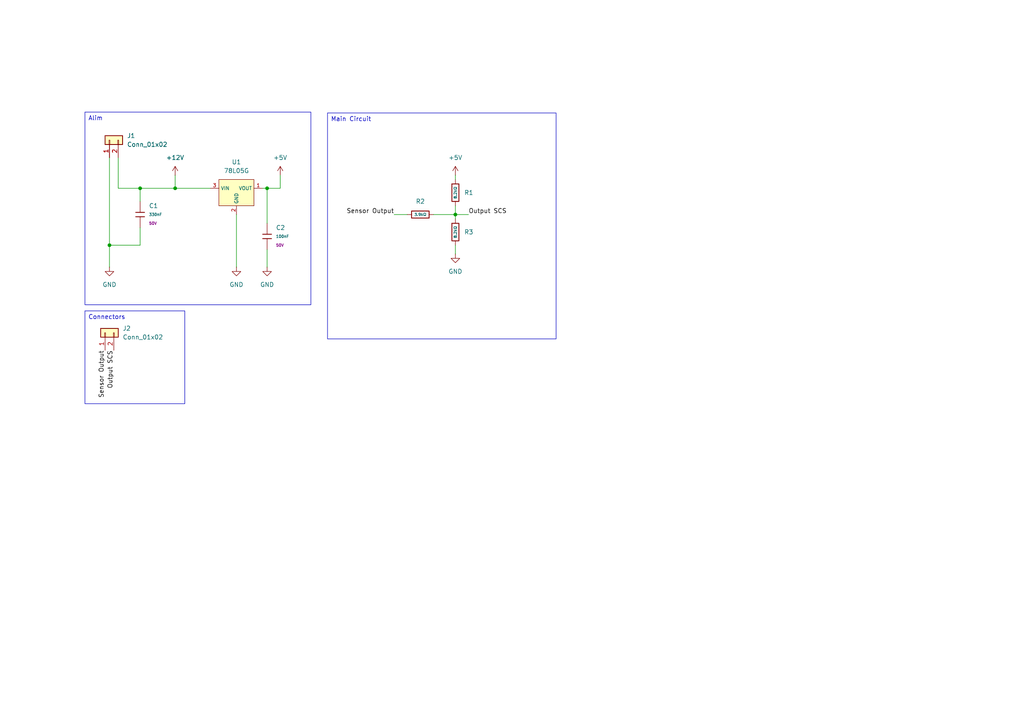
<source format=kicad_sch>
(kicad_sch (version 20250114) (generator "eeschema") (generator_version "9.0")
  (paper "A4")
  (lib_symbols
    (symbol "Connector_Generic:Conn_01x02" (pin_names (offset 1.016) (hide yes))
      (property "Reference" "J" (at 0 2.54 0))
      (property "Value" "Conn_01x02" (at 0 -5.08 0))
      (symbol "Conn_01x02_1_1"
        (rectangle (start -1.27 1.27) (end 1.27 -3.81) (stroke (width 0.254)) (fill (type background)))
        (rectangle (start -1.27 0.127) (end 0 -0.127) (stroke (width 0.1524)))
        (rectangle (start -1.27 -2.413) (end 0 -2.667) (stroke (width 0.1524)))
        (pin passive line (at -5.08 0 0) (length 3.81) (name "Pin_1") (number "1"))
        (pin passive line (at -5.08 -2.54 0) (length 3.81) (name "Pin_2") (number "2"))
      )
    )
    (symbol "PCM_JLCPCB-Capacitors:0805,100nF,(2)" (pin_numbers (hide yes)) (pin_names (offset 0))
      (property "Reference" "C" (at 2.032 1.668 0))
      (property "Value" "100nF" (at 2.032 -0.3782 0))
      (property "Voltage Rated" "50V" (at 2.032 -2.0462 0))
      (symbol "0805,100nF,(2)_0_1"
        (polyline (pts (xy -1.27 0.635) (xy 1.27 0.635)) (stroke (width 0.254)))
        (polyline (pts (xy -1.27 -0.635) (xy 1.27 -0.635)) (stroke (width 0.254)))
      )
      (symbol "0805,100nF,(2)_1_1"
        (pin passive line (at 0 3.81 270) (length 3.175) (name "~") (number "1"))
        (pin passive line (at 0 -3.81 90) (length 3.175) (name "~") (number "2"))
      )
    )
    (symbol "PCM_JLCPCB-Capacitors:0805,330nF" (pin_numbers (hide yes)) (pin_names (offset 0))
      (property "Reference" "C" (at 2.032 1.668 0))
      (property "Value" "330nF" (at 2.032 -0.3782 0))
      (property "Voltage Rated" "50V" (at 2.032 -2.0462 0))
      (symbol "0805,330nF_0_1"
        (polyline (pts (xy -1.27 0.635) (xy 1.27 0.635)) (stroke (width 0.254)))
        (polyline (pts (xy -1.27 -0.635) (xy 1.27 -0.635)) (stroke (width 0.254)))
      )
      (symbol "0805,330nF_1_1"
        (pin passive line (at 0 3.81 270) (length 3.175) (name "~") (number "1"))
        (pin passive line (at 0 -3.81 90) (length 3.175) (name "~") (number "2"))
      )
    )
    (symbol "PCM_JLCPCB-Power:LDO, 5V, 0.1A"
      (property "Reference" "U" (at 0 8.89 0))
      (property "Value" "78L05G" (at 0 6.35 0))
      (symbol "LDO, 5V, 0.1A_0_1"
        (rectangle (start -5.08 5.08) (end 5.08 -2.54) (fill (type background)))
      )
      (symbol "LDO, 5V, 0.1A_1_1"
        (pin power_in line (at -7.62 2.54 0) (length 2.56) (name "VIN") (number "3"))
        (pin power_in line (at 0 -5.08 90) (length 2.56) (name "GND") (number "2"))
        (pin power_in line (at 7.62 2.54 180) (length 2.56) (name "VOUT") (number "1"))
      )
    )
    (symbol "PCM_JLCPCB-Resistors:0805,3.9kΩ" (pin_numbers (hide yes)) (pin_names (offset 0))
      (property "Reference" "R" (at 1.778 0 0))
      (property "Value" "3.9kΩ" (at 0 0 90))
      (symbol "0805,3.9kΩ_0_1"
        (rectangle (start -1.016 2.54) (end 1.016 -2.54) (stroke (width 0.254)))
      )
      (symbol "0805,3.9kΩ_1_1"
        (pin passive line (at 0 3.81 270) (length 1.27) (name "~") (number "1"))
        (pin passive line (at 0 -3.81 90) (length 1.27) (name "~") (number "2"))
      )
    )
    (symbol "PCM_JLCPCB-Resistors:0805,8.2kΩ" (pin_numbers (hide yes)) (pin_names (offset 0))
      (property "Reference" "R" (at 1.778 0 0))
      (property "Value" "8.2kΩ" (at 0 0 90))
      (symbol "0805,8.2kΩ_0_1"
        (rectangle (start -1.016 2.54) (end 1.016 -2.54) (stroke (width 0.254)))
      )
      (symbol "0805,8.2kΩ_1_1"
        (pin passive line (at 0 3.81 270) (length 1.27) (name "~") (number "1"))
        (pin passive line (at 0 -3.81 90) (length 1.27) (name "~") (number "2"))
      )
    )
    (symbol "power:+12V" (power) (pin_numbers (hide yes)) (pin_names (offset 0) (hide yes))
      (property "Value" "+12V" (at 0 3.556 0))
      (symbol "+12V_0_1"
        (polyline (pts (xy -0.762 1.27) (xy 0 2.54)))
        (polyline (pts (xy 0 2.54) (xy 0.762 1.27)))
        (polyline (pts (xy 0 0) (xy 0 2.54)))
      )
      (symbol "+12V_1_1"
        (pin power_in line (at 0 0 90) (length 0) (name "~") (number "1"))
      )
    )
    (symbol "power:+5V" (power) (pin_numbers (hide yes)) (pin_names (offset 0) (hide yes))
      (property "Value" "+5V" (at 0 3.556 0))
      (symbol "+5V_0_1"
        (polyline (pts (xy -0.762 1.27) (xy 0 2.54)))
        (polyline (pts (xy 0 2.54) (xy 0.762 1.27)))
        (polyline (pts (xy 0 0) (xy 0 2.54)))
      )
      (symbol "+5V_1_1"
        (pin power_in line (at 0 0 90) (length 0) (name "~") (number "1"))
      )
    )
    (symbol "power:GND" (power) (pin_numbers (hide yes)) (pin_names (offset 0) (hide yes))
      (property "Value" "GND" (at 0 -3.81 0))
      (symbol "GND_0_1"
        (polyline (pts (xy 0 0) (xy 0 -1.27) (xy 1.27 -1.27) (xy 0 -2.54) (xy -1.27 -1.27) (xy 0 -1.27)))
      )
      (symbol "GND_1_1"
        (pin power_in line (at 0 0 270) (length 0) (name "~") (number "1"))
      )
    )
  )
  (text_box "Connectors\n" (at 24.638 90.17 0) (size 28.956 26.924) (margins 0.9525 0.9525 0.9525 0.9525) (effects (font (size 1.27 1.27)) (justify left top)))
  (text_box "Main Circuit\n" (at 94.996 32.766 0) (size 66.294 65.532) (margins 0.9525 0.9525 0.9525 0.9525) (effects (font (size 1.27 1.27)) (justify left top)))
  (text_box "Alim" (at 24.638 32.512 0) (size 65.532 55.88) (margins 0.9525 0.9525 0.9525 0.9525) (effects (font (size 1.27 1.27)) (justify left top)))
  (junction (at 77.47 54.61))
  (junction (at 132.08 62.23))
  (junction (at 31.75 71.12))
  (junction (at 40.64 54.61))
  (junction (at 50.8 54.61))
  (wire (pts (xy 125.73 62.23) (xy 132.08 62.23)))
  (wire (pts (xy 50.8 54.61) (xy 60.96 54.61)))
  (wire (pts (xy 50.8 50.8) (xy 50.8 54.61)))
  (wire (pts (xy 40.64 71.12) (xy 31.75 71.12)))
  (wire (pts (xy 132.08 71.12) (xy 132.08 73.66)))
  (wire (pts (xy 68.58 62.23) (xy 68.58 77.47)))
  (wire (pts (xy 77.47 54.61) (xy 81.28 54.61)))
  (wire (pts (xy 114.3 62.23) (xy 118.11 62.23)))
  (wire (pts (xy 40.64 54.61) (xy 40.64 58.42)))
  (wire (pts (xy 40.64 54.61) (xy 50.8 54.61)))
  (wire (pts (xy 34.29 45.72) (xy 34.29 54.61)))
  (wire (pts (xy 77.47 54.61) (xy 77.47 64.77)))
  (wire (pts (xy 132.08 59.69) (xy 132.08 62.23)))
  (wire (pts (xy 77.47 72.39) (xy 77.47 77.47)))
  (wire (pts (xy 40.64 66.04) (xy 40.64 71.12)))
  (wire (pts (xy 132.08 50.8) (xy 132.08 52.07)))
  (wire (pts (xy 81.28 50.8) (xy 81.28 54.61)))
  (wire (pts (xy 132.08 62.23) (xy 132.08 63.5)))
  (wire (pts (xy 76.2 54.61) (xy 77.47 54.61)))
  (wire (pts (xy 31.75 71.12) (xy 31.75 77.47)))
  (wire (pts (xy 132.08 62.23) (xy 135.89 62.23)))
  (wire (pts (xy 34.29 54.61) (xy 40.64 54.61)))
  (wire (pts (xy 31.75 45.72) (xy 31.75 71.12)))
  (label "Output SCS" (at 33.02 101.6 270))
  (label "Sensor Output" (at 114.3 62.23 180))
  (label "Output SCS" (at 135.89 62.23 0))
  (label "Sensor Output" (at 30.48 101.6 270))
  (symbol (lib_id "PCM_JLCPCB-Resistors:0805,3.9kΩ") (at 121.92 62.23 90) (unit 1)
    (property "Reference" "R2" (at 121.92 58.42 90))
    (property "Value" "3.9kΩ" (at 121.92 62.23 90) (effects (font (size 0.8 0.8))))
    (property "Footprint" "PCM_JLCPCB:R_0805" (effects (hide yes)))
    (property "Datasheet" "https://www.lcsc.com/datasheet/lcsc_datasheet_2206010200_UNI-ROYAL-Uniroyal-Elec-0805W8F3901T5E_C17614.pdf" (effects (hide yes)))
    (property "Description" "125mW Thick Film Resistors 150V ±100ppm/°C ±1% 3.9kΩ 0805 Chip Resistor - Surface Mount ROHS" (effects (hide yes)))
    (property "LCSC" "C17614" (effects (hide yes)))
    (property "Stock" "334309" (effects (hide yes)))
    (property "Price" "0.005USD" (effects (hide yes)))
    (property "Process" "SMT" (effects (hide yes)))
    (property "Minimum Qty" "20" (effects (hide yes)))
    (property "Attrition Qty" "10" (effects (hide yes)))
    (property "Class" "Basic Component" (effects (hide yes)))
    (property "Category" "Resistors,Chip Resistor - Surface Mount" (effects (hide yes)))
    (property "Manufacturer" "UNI-ROYAL(Uniroyal Elec)" (effects (hide yes)))
    (property "Part" "0805W8F3901T5E" (effects (hide yes)))
    (property "Resistance" "3.9kΩ" (effects (hide yes)))
    (property "Power(Watts)" "125mW" (effects (hide yes)))
    (property "Type" "Thick Film Resistors" (effects (hide yes)))
    (property "Overload Voltage (Max)" "150V" (effects (hide yes)))
    (property "Operating Temperature Range" "-55°C~+155°C" (effects (hide yes)))
    (property "Tolerance" "±1%" (effects (hide yes)))
    (property "Temperature Coefficient" "±100ppm/°C" (effects (hide yes)))
  )
  (symbol (lib_id "power:+5V") (at 81.28 50.8 0) (unit 1)
    (property "Reference" "#PWR02" (effects (hide yes)))
    (property "Value" "+5V" (at 81.28 45.72 0))
    (property "Description" "Power symbol creates a global label with name \"+5V\"" (effects (hide yes)))
  )
  (symbol (lib_id "power:+5V") (at 132.08 50.8 0) (unit 1)
    (property "Reference" "#PWR03" (effects (hide yes)))
    (property "Value" "+5V" (at 132.08 45.72 0))
    (property "Description" "Power symbol creates a global label with name \"+5V\"" (effects (hide yes)))
  )
  (symbol (lib_id "power:GND") (at 31.75 77.47 0) (unit 1)
    (property "Reference" "#PWR05" (effects (hide yes)))
    (property "Value" "GND" (at 31.75 82.55 0))
    (property "Description" "Power symbol creates a global label with name \"GND\" , ground" (effects (hide yes)))
  )
  (symbol (lib_id "PCM_JLCPCB-Resistors:0805,8.2kΩ") (at 132.08 55.88 0) (unit 1)
    (property "Reference" "R1" (at 134.62 55.8799 0) (effects (justify left)))
    (property "Value" "8.2kΩ" (at 132.08 55.88 90) (effects (font (size 0.8 0.8))))
    (property "Footprint" "PCM_JLCPCB:R_0805" (effects (hide yes)))
    (property "Datasheet" "https://www.lcsc.com/datasheet/lcsc_datasheet_2205311830_UNI-ROYAL-Uniroyal-Elec-0805W8F8201T5E_C17828.pdf" (effects (hide yes)))
    (property "Description" "125mW Thick Film Resistors 150V ±100ppm/°C ±1% 8.2kΩ 0805 Chip Resistor - Surface Mount ROHS" (effects (hide yes)))
    (property "LCSC" "C17828" (effects (hide yes)))
    (property "Stock" "153567" (effects (hide yes)))
    (property "Price" "0.005USD" (effects (hide yes)))
    (property "Process" "SMT" (effects (hide yes)))
    (property "Minimum Qty" "20" (effects (hide yes)))
    (property "Attrition Qty" "10" (effects (hide yes)))
    (property "Class" "Basic Component" (effects (hide yes)))
    (property "Category" "Resistors,Chip Resistor - Surface Mount" (effects (hide yes)))
    (property "Manufacturer" "UNI-ROYAL(Uniroyal Elec)" (effects (hide yes)))
    (property "Part" "0805W8F8201T5E" (effects (hide yes)))
    (property "Resistance" "8.2kΩ" (effects (hide yes)))
    (property "Power(Watts)" "125mW" (effects (hide yes)))
    (property "Type" "Thick Film Resistors" (effects (hide yes)))
    (property "Overload Voltage (Max)" "150V" (effects (hide yes)))
    (property "Operating Temperature Range" "-55°C~+155°C" (effects (hide yes)))
    (property "Tolerance" "±1%" (effects (hide yes)))
    (property "Temperature Coefficient" "±100ppm/°C" (effects (hide yes)))
  )
  (symbol (lib_id "power:+12V") (at 50.8 50.8 0) (unit 1)
    (property "Reference" "#PWR01" (effects (hide yes)))
    (property "Value" "+12V" (at 50.8 45.72 0))
    (property "Description" "Power symbol creates a global label with name \"+12V\"" (effects (hide yes)))
  )
  (symbol (lib_id "Connector_Generic:Conn_01x02") (at 30.48 96.52 90) (unit 1)
    (property "Reference" "J2" (at 35.56 95.2499 90) (effects (justify right)))
    (property "Value" "Conn_01x02" (at 35.56 97.7899 90) (effects (justify right)))
    (property "Footprint" "Connector_Molex:Molex_KK-254_AE-6410-02A_1x02_P2.54mm_Vertical" (effects (hide yes)))
    (property "Description" "Generic connector, single row, 01x02, script generated (kicad-library-utils/schlib/autogen/connector/)" (effects (hide yes)))
  )
  (symbol (lib_id "power:GND") (at 132.08 73.66 0) (unit 1)
    (property "Reference" "#PWR04" (effects (hide yes)))
    (property "Value" "GND" (at 132.08 78.74 0))
    (property "Description" "Power symbol creates a global label with name \"GND\" , ground" (effects (hide yes)))
  )
  (symbol (lib_id "PCM_JLCPCB-Power:LDO, 5V, 0.1A") (at 68.58 57.15 0) (unit 1)
    (property "Reference" "U1" (at 68.58 46.99 0))
    (property "Value" "78L05G" (at 68.58 49.53 0))
    (property "Footprint" "PCM_JLCPCB:SOT-89-3_L4.5-W2.5-P1.50-LS4.2-BR" (effects (hide yes)))
    (property "Datasheet" "https://www.lcsc.com/datasheet/lcsc_datasheet_2304140030_UTC-Unisonic-Tech-78L05G-AB3-R_C71136.pdf" (effects (hide yes)))
    (property "Description" "100mA Fixed 5V Positive electrode 30V SOT-89-3 Voltage Regulators - Linear, Low Drop Out (LDO) Regulators ROHS" (effects (hide yes)))
    (property "LCSC" "C71136" (effects (hide yes)))
    (property "Stock" "84902" (effects (hide yes)))
    (property "Price" "0.066USD" (effects (hide yes)))
    (property "Process" "SMT" (effects (hide yes)))
    (property "Minimum Qty" "5" (effects (hide yes)))
    (property "Attrition Qty" "4" (effects (hide yes)))
    (property "Class" "Basic Component" (effects (hide yes)))
    (property "Category" "Power Management ICs,Linear Voltage Regulators (LDO)" (effects (hide yes)))
    (property "Manufacturer" "UTC(Unisonic Tech)" (effects (hide yes)))
    (property "Part" "78L05G-AB3-R" (effects (hide yes)))
    (property "Number Of Outputs" "1" (effects (hide yes)))
    (property "Output Voltage" "5V" (effects (hide yes)))
    (property "Dropout Voltage" "1.7V@(40mA)" (effects (hide yes)))
    (property "Output Current" "100mA" (effects (hide yes)))
    (property "Output Type" "Fixed" (effects (hide yes)))
    (property "Maximum Input Voltage" "30V" (effects (hide yes)))
    (property "Output Polarity" "Positive electrode" (effects (hide yes)))
    (property "Feature" "Overcurrent Protection(OCP);Thermal Protection(TSD);Short-Circuit  Protection" (effects (hide yes)))
  )
  (symbol (lib_id "Connector_Generic:Conn_01x02") (at 31.75 40.64 90) (unit 1)
    (property "Reference" "J1" (at 36.83 39.3699 90) (effects (justify right)))
    (property "Value" "Conn_01x02" (at 36.83 41.9099 90) (effects (justify right)))
    (property "Footprint" "Connector_Molex:Molex_KK-254_AE-6410-02A_1x02_P2.54mm_Vertical" (effects (hide yes)))
    (property "Description" "Generic connector, single row, 01x02, script generated (kicad-library-utils/schlib/autogen/connector/)" (effects (hide yes)))
  )
  (symbol (lib_id "PCM_JLCPCB-Capacitors:0805,100nF,(2)") (at 77.47 68.58 0) (unit 1)
    (property "Reference" "C2" (at 80.01 66.0399 0) (effects (justify left)))
    (property "Value" "100nF" (at 80.01 68.58 0) (effects (font (size 0.8 0.8)) (justify left)))
    (property "Footprint" "PCM_JLCPCB:C_0805" (effects (hide yes)))
    (property "Datasheet" "https://www.lcsc.com/datasheet/lcsc_datasheet_2304140030_YAGEO-CC0805KRX7R9BB104_C49678.pdf" (effects (hide yes)))
    (property "Description" "50V 100nF X7R ±10% 0805 Multilayer Ceramic Capacitors MLCC - SMD/SMT ROHS" (effects (hide yes)))
    (property "LCSC" "C49678" (effects (hide yes)))
    (property "Stock" "8754636" (effects (hide yes)))
    (property "Price" "0.008USD" (effects (hide yes)))
    (property "Process" "SMT" (effects (hide yes)))
    (property "Minimum Qty" "20" (effects (hide yes)))
    (property "Attrition Qty" "10" (effects (hide yes)))
    (property "Class" "Basic Component" (effects (hide yes)))
    (property "Category" "Capacitors,Multilayer Ceramic Capacitors MLCC - SMD/SMT" (effects (hide yes)))
    (property "Manufacturer" "YAGEO" (effects (hide yes)))
    (property "Part" "CC0805KRX7R9BB104" (effects (hide yes)))
    (property "Voltage Rated" "50V" (at 80.01 71.12 0) (effects (font (size 0.8 0.8)) (justify left)))
    (property "Tolerance" "±10%" (effects (hide yes)))
    (property "Capacitance" "100nF" (effects (hide yes)))
    (property "Temperature Coefficient" "X7R" (effects (hide yes)))
  )
  (symbol (lib_id "PCM_JLCPCB-Capacitors:0805,330nF") (at 40.64 62.23 0) (unit 1)
    (property "Reference" "C1" (at 43.18 59.6899 0) (effects (justify left)))
    (property "Value" "330nF" (at 43.18 62.23 0) (effects (font (size 0.8 0.8)) (justify left)))
    (property "Footprint" "PCM_JLCPCB:C_0805" (effects (hide yes)))
    (property "Datasheet" "https://www.lcsc.com/datasheet/lcsc_datasheet_2304140030_FH--Guangdong-Fenghua-Advanced-Tech-0805B334K500NT_C1740.pdf" (effects (hide yes)))
    (property "Description" "50V 330nF X7R ±10% 0805 Multilayer Ceramic Capacitors MLCC - SMD/SMT ROHS" (effects (hide yes)))
    (property "LCSC" "C1740" (effects (hide yes)))
    (property "Stock" "27578" (effects (hide yes)))
    (property "Price" "0.016USD" (effects (hide yes)))
    (property "Process" "SMT" (effects (hide yes)))
    (property "Minimum Qty" "20" (effects (hide yes)))
    (property "Attrition Qty" "10" (effects (hide yes)))
    (property "Class" "Preferred Component" (effects (hide yes)))
    (property "Category" "Capacitors,Multilayer Ceramic Capacitors MLCC - SMD/SMT" (effects (hide yes)))
    (property "Manufacturer" "FH(Guangdong Fenghua Advanced Tech)" (effects (hide yes)))
    (property "Part" "0805B334K500NT" (effects (hide yes)))
    (property "Voltage Rated" "50V" (at 43.18 64.77 0) (effects (font (size 0.8 0.8)) (justify left)))
    (property "Tolerance" "±10%" (effects (hide yes)))
    (property "Capacitance" "330nF" (effects (hide yes)))
    (property "Temperature Coefficient" "X7R" (effects (hide yes)))
  )
  (symbol (lib_id "power:GND") (at 68.58 77.47 0) (unit 1)
    (property "Reference" "#PWR06" (effects (hide yes)))
    (property "Value" "GND" (at 68.58 82.55 0))
    (property "Description" "Power symbol creates a global label with name \"GND\" , ground" (effects (hide yes)))
  )
  (symbol (lib_id "power:GND") (at 77.47 77.47 0) (unit 1)
    (property "Reference" "#PWR07" (effects (hide yes)))
    (property "Value" "GND" (at 77.47 82.55 0))
    (property "Description" "Power symbol creates a global label with name \"GND\" , ground" (effects (hide yes)))
  )
  (symbol (lib_id "PCM_JLCPCB-Resistors:0805,8.2kΩ") (at 132.08 67.31 0) (unit 1)
    (property "Reference" "R3" (at 134.62 67.3099 0) (effects (justify left)))
    (property "Value" "8.2kΩ" (at 132.08 67.31 90) (effects (font (size 0.8 0.8))))
    (property "Footprint" "PCM_JLCPCB:R_0805" (effects (hide yes)))
    (property "Datasheet" "https://www.lcsc.com/datasheet/lcsc_datasheet_2205311830_UNI-ROYAL-Uniroyal-Elec-0805W8F8201T5E_C17828.pdf" (effects (hide yes)))
    (property "Description" "125mW Thick Film Resistors 150V ±100ppm/°C ±1% 8.2kΩ 0805 Chip Resistor - Surface Mount ROHS" (effects (hide yes)))
    (property "LCSC" "C17828" (effects (hide yes)))
    (property "Stock" "153567" (effects (hide yes)))
    (property "Price" "0.005USD" (effects (hide yes)))
    (property "Process" "SMT" (effects (hide yes)))
    (property "Minimum Qty" "20" (effects (hide yes)))
    (property "Attrition Qty" "10" (effects (hide yes)))
    (property "Class" "Basic Component" (effects (hide yes)))
    (property "Category" "Resistors,Chip Resistor - Surface Mount" (effects (hide yes)))
    (property "Manufacturer" "UNI-ROYAL(Uniroyal Elec)" (effects (hide yes)))
    (property "Part" "0805W8F8201T5E" (effects (hide yes)))
    (property "Resistance" "8.2kΩ" (effects (hide yes)))
    (property "Power(Watts)" "125mW" (effects (hide yes)))
    (property "Type" "Thick Film Resistors" (effects (hide yes)))
    (property "Overload Voltage (Max)" "150V" (effects (hide yes)))
    (property "Operating Temperature Range" "-55°C~+155°C" (effects (hide yes)))
    (property "Tolerance" "±1%" (effects (hide yes)))
    (property "Temperature Coefficient" "±100ppm/°C" (effects (hide yes)))
  )
)
</source>
